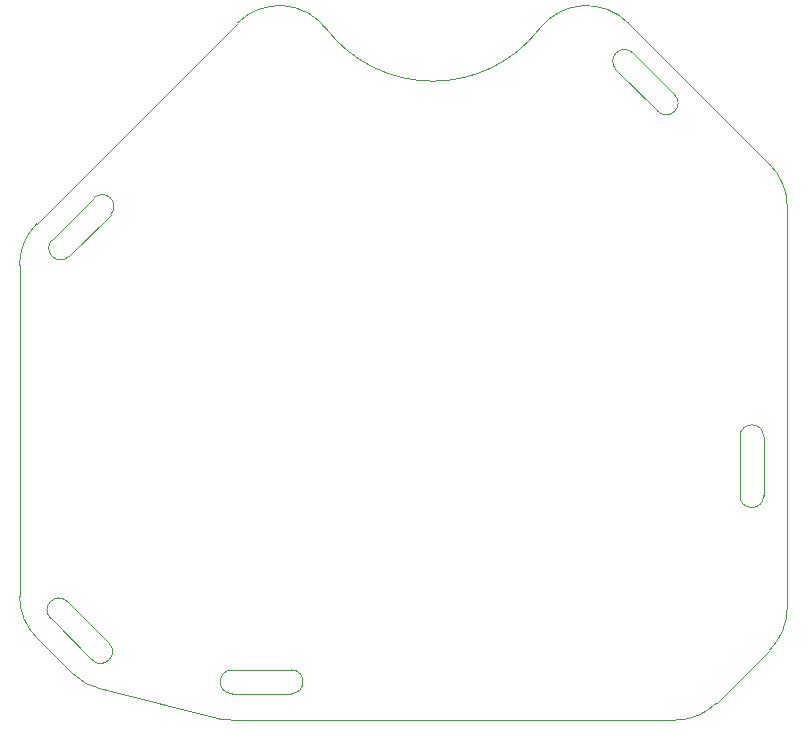
<source format=gm1>
G04 #@! TF.GenerationSoftware,KiCad,Pcbnew,(5.1.10)-1*
G04 #@! TF.CreationDate,2021-09-09T16:44:11+02:00*
G04 #@! TF.ProjectId,Motorrumsstyrning,4d6f746f-7272-4756-9d73-737479726e69,rev?*
G04 #@! TF.SameCoordinates,Original*
G04 #@! TF.FileFunction,Profile,NP*
%FSLAX46Y46*%
G04 Gerber Fmt 4.6, Leading zero omitted, Abs format (unit mm)*
G04 Created by KiCad (PCBNEW (5.1.10)-1) date 2021-09-09 16:44:11*
%MOMM*%
%LPD*%
G01*
G04 APERTURE LIST*
G04 #@! TA.AperFunction,Profile*
%ADD10C,0.050000*%
G04 #@! TD*
G04 APERTURE END LIST*
D10*
X133464466Y-64464466D02*
G75*
G02*
X141000000Y-65000000I3535534J-3535534D01*
G01*
X133000000Y-121250000D02*
G75*
G02*
X133000000Y-119250000I0J1000000D01*
G01*
X133000000Y-119250000D02*
X138000000Y-119250000D01*
X133000000Y-121250000D02*
X138000000Y-121250000D01*
X138000000Y-119250000D02*
G75*
G02*
X138000000Y-121250000I0J-1000000D01*
G01*
X176000000Y-99500000D02*
G75*
G02*
X178000000Y-99500000I1000000J0D01*
G01*
X176000000Y-104500000D02*
X176000000Y-99500000D01*
X178000000Y-104500000D02*
X178000000Y-99500000D01*
X178000000Y-104500000D02*
G75*
G02*
X176000000Y-104500000I-1000000J0D01*
G01*
X170457107Y-70542893D02*
G75*
G02*
X169042893Y-71957107I-707107J-707107D01*
G01*
X170457107Y-70542893D02*
X166921573Y-67007359D01*
X165507359Y-68421573D02*
G75*
G02*
X166921573Y-67007359I707107J707107D01*
G01*
X165507359Y-68421573D02*
X169042893Y-71957107D01*
X133000000Y-123500000D02*
X170500000Y-123500000D01*
X122028828Y-120904776D02*
X132020269Y-123403073D01*
X132020269Y-123403073D02*
G75*
G03*
X133000000Y-123500000I979731J4903073D01*
G01*
X119171573Y-84242641D02*
G75*
G02*
X117757359Y-82828427I-707107J707107D01*
G01*
X121292893Y-79292893D02*
G75*
G02*
X122707107Y-80707107I707107J-707107D01*
G01*
X119171573Y-84242641D02*
X122707107Y-80707107D01*
X121292893Y-79292893D02*
X117757359Y-82828427D01*
X119464466Y-119535534D02*
X116464466Y-116535534D01*
X116464466Y-116535534D02*
G75*
G02*
X115000000Y-113000000I3535534J3535534D01*
G01*
X133464466Y-64464466D02*
X116464466Y-81464466D01*
X122578427Y-116992641D02*
G75*
G02*
X121164213Y-118406855I-707107J-707107D01*
G01*
X122578427Y-116992641D02*
X119042893Y-113457107D01*
X117628679Y-114871321D02*
X121164213Y-118406855D01*
X117628679Y-114871321D02*
G75*
G02*
X119042893Y-113457107I707107J707107D01*
G01*
X159000000Y-65000000D02*
G75*
G02*
X141000000Y-65000000I-9000000J7000000D01*
G01*
X174035534Y-122035534D02*
X178535534Y-117535534D01*
X174035534Y-122035534D02*
G75*
G02*
X170500000Y-123500000I-3535534J3535534D01*
G01*
X178535534Y-76464466D02*
X166535534Y-64464466D01*
X166535534Y-64464466D02*
G75*
G03*
X159000000Y-65000000I-3535534J-3535534D01*
G01*
X119464466Y-119535534D02*
G75*
G03*
X122028828Y-120904776I3535534J3535534D01*
G01*
X116464466Y-81464466D02*
G75*
G03*
X115000000Y-85000000I3535534J-3535534D01*
G01*
X178535534Y-76464466D02*
G75*
G02*
X180000000Y-80000000I-3535534J-3535534D01*
G01*
X180000000Y-114000000D02*
X180000000Y-80000000D01*
X115000000Y-113000000D02*
X115000000Y-85000000D01*
X178535534Y-117535534D02*
G75*
G03*
X180000000Y-114000000I-3535534J3535534D01*
G01*
M02*

</source>
